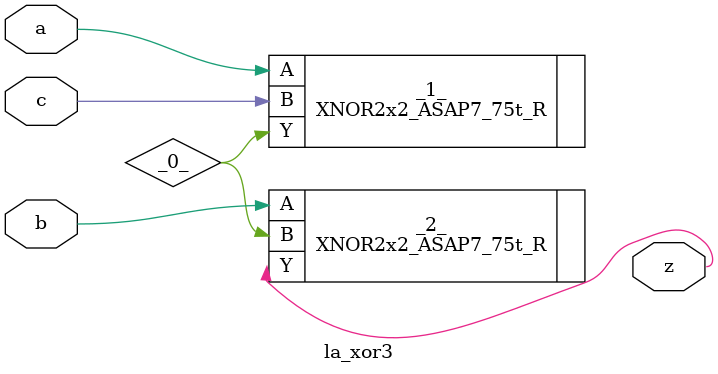
<source format=v>

/* Generated by Yosys 0.37 (git sha1 a5c7f69ed, clang 14.0.0-1ubuntu1.1 -fPIC -Os) */

module la_xor3(a, b, c, z);
  wire _0_;
  input a;
  wire a;
  input b;
  wire b;
  input c;
  wire c;
  output z;
  wire z;
  XNOR2x2_ASAP7_75t_R _1_ (
    .A(a),
    .B(c),
    .Y(_0_)
  );
  XNOR2x2_ASAP7_75t_R _2_ (
    .A(b),
    .B(_0_),
    .Y(z)
  );
endmodule

</source>
